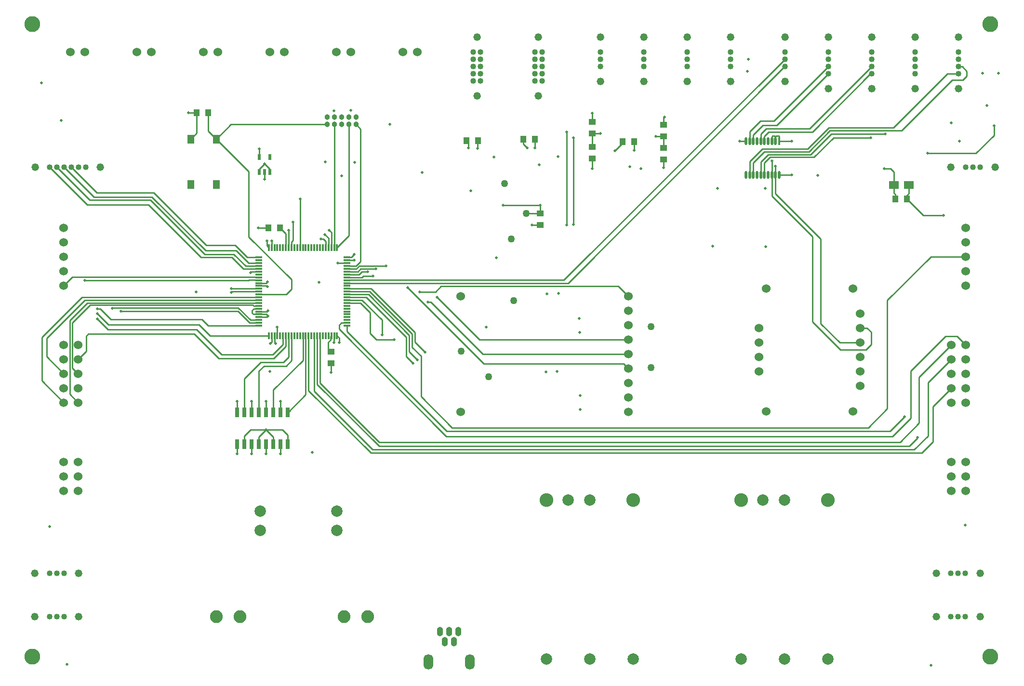
<source format=gtl>
G04 Layer_Physical_Order=1*
G04 Layer_Color=255*
%FSLAX25Y25*%
%MOIN*%
G70*
G01*
G75*
%ADD10R,0.01181X0.04724*%
%ADD11R,0.04724X0.01181*%
%ADD12R,0.07126X0.05197*%
%ADD13R,0.02362X0.04331*%
%ADD14R,0.04000X0.05000*%
%ADD15R,0.05000X0.04000*%
%ADD16O,0.01772X0.05709*%
%ADD17R,0.01772X0.05709*%
%ADD18R,0.05118X0.06102*%
%ADD19R,0.02559X0.06890*%
%ADD20C,0.01000*%
%ADD21O,0.04331X0.06496*%
%ADD22O,0.06693X0.10630*%
%ADD23C,0.06000*%
%ADD24C,0.11000*%
%ADD25C,0.07875*%
%ADD26C,0.09500*%
%ADD27C,0.04000*%
%ADD28C,0.05200*%
%ADD29C,0.07874*%
%ADD30C,0.03800*%
%ADD31C,0.08858*%
%ADD32C,0.02000*%
%ADD33C,0.05000*%
D10*
X179778Y301812D02*
D03*
X181746D02*
D03*
X183715D02*
D03*
X185684D02*
D03*
X187652D02*
D03*
X189620D02*
D03*
X191589D02*
D03*
X193558D02*
D03*
X195526D02*
D03*
X197494D02*
D03*
X199463D02*
D03*
X201431D02*
D03*
X203400D02*
D03*
X205368D02*
D03*
X207337D02*
D03*
X209306D02*
D03*
X211274D02*
D03*
X213243D02*
D03*
X215211D02*
D03*
X217179D02*
D03*
X219148D02*
D03*
X221116D02*
D03*
X223085D02*
D03*
X225054D02*
D03*
X227022D02*
D03*
Y240788D02*
D03*
X225054D02*
D03*
X223085D02*
D03*
X221116D02*
D03*
X219148D02*
D03*
X217179D02*
D03*
X215211D02*
D03*
X213243D02*
D03*
X211274D02*
D03*
X209306D02*
D03*
X207337D02*
D03*
X205368D02*
D03*
X203400D02*
D03*
X201431D02*
D03*
X199463D02*
D03*
X197494D02*
D03*
X195526D02*
D03*
X193558D02*
D03*
X191589D02*
D03*
X189620D02*
D03*
X187652D02*
D03*
X185684D02*
D03*
X183715D02*
D03*
X181746D02*
D03*
X179778D02*
D03*
D11*
X233912Y294922D02*
D03*
Y292953D02*
D03*
Y290985D02*
D03*
Y289017D02*
D03*
Y287048D02*
D03*
Y285080D02*
D03*
Y283111D02*
D03*
Y281142D02*
D03*
Y279174D02*
D03*
Y277205D02*
D03*
Y275237D02*
D03*
Y273269D02*
D03*
Y271300D02*
D03*
Y269332D02*
D03*
Y267363D02*
D03*
Y265394D02*
D03*
Y263426D02*
D03*
Y261457D02*
D03*
Y259489D02*
D03*
Y257521D02*
D03*
Y255552D02*
D03*
Y253584D02*
D03*
Y251615D02*
D03*
Y249646D02*
D03*
Y247678D02*
D03*
X172888D02*
D03*
Y249646D02*
D03*
Y251615D02*
D03*
Y253584D02*
D03*
Y255552D02*
D03*
Y257521D02*
D03*
Y259489D02*
D03*
Y261457D02*
D03*
Y263426D02*
D03*
Y265394D02*
D03*
Y267363D02*
D03*
Y269332D02*
D03*
Y271300D02*
D03*
Y273269D02*
D03*
Y275237D02*
D03*
Y277205D02*
D03*
Y279174D02*
D03*
Y281142D02*
D03*
Y283111D02*
D03*
Y285080D02*
D03*
Y287048D02*
D03*
Y289017D02*
D03*
Y290985D02*
D03*
Y292953D02*
D03*
Y294922D02*
D03*
D12*
X622435Y344933D02*
D03*
X612199D02*
D03*
D13*
X180640Y364436D02*
D03*
X173160D02*
D03*
Y354200D02*
D03*
X176900D02*
D03*
X180640D02*
D03*
D14*
X613332Y335232D02*
D03*
X621332D02*
D03*
X130000Y395000D02*
D03*
X138000D02*
D03*
X324650Y375550D02*
D03*
X316650D02*
D03*
X355900Y376750D02*
D03*
X363900D02*
D03*
X424500Y375000D02*
D03*
X432500D02*
D03*
X179600Y315300D02*
D03*
X187600D02*
D03*
D15*
X222800Y221800D02*
D03*
Y229800D02*
D03*
X452950Y362700D02*
D03*
Y370700D02*
D03*
X403650Y363350D02*
D03*
Y371350D02*
D03*
X452950Y378700D02*
D03*
Y386700D02*
D03*
X403650Y388850D02*
D03*
Y380850D02*
D03*
X367550Y325450D02*
D03*
Y317450D02*
D03*
D16*
X509846Y352150D02*
D03*
X512405D02*
D03*
X514964D02*
D03*
X517523D02*
D03*
X520082D02*
D03*
X522641D02*
D03*
X525200D02*
D03*
X527759D02*
D03*
X530318D02*
D03*
X532877D02*
D03*
X509846Y375378D02*
D03*
X512405D02*
D03*
X514964D02*
D03*
X517523D02*
D03*
X520082D02*
D03*
X522641D02*
D03*
X525200D02*
D03*
X527759D02*
D03*
X530318D02*
D03*
D17*
X532877D02*
D03*
D18*
X125784Y376799D02*
D03*
Y345500D02*
D03*
X143500D02*
D03*
Y376799D02*
D03*
D19*
X192950Y165750D02*
D03*
X187950D02*
D03*
X182950D02*
D03*
X177950D02*
D03*
X172950D02*
D03*
X167950D02*
D03*
X162950D02*
D03*
X157950D02*
D03*
Y187797D02*
D03*
X162950D02*
D03*
X167950D02*
D03*
X172950D02*
D03*
X177950D02*
D03*
X182950D02*
D03*
X187950D02*
D03*
X192950D02*
D03*
D20*
X225054Y301812D02*
Y386900D01*
X154000Y273300D02*
X154050Y273250D01*
X328600Y221400D02*
X425100D01*
X276000Y274000D02*
X328600Y221400D01*
X233912Y277205D02*
X386856D01*
X284100Y271200D02*
X295100D01*
X244143Y281142D02*
X245150Y282150D01*
X233912Y281142D02*
X244143D01*
X245150Y282150D02*
X252000D01*
X50463Y267363D02*
X172888D01*
X325600Y238000D02*
X428500D01*
X296200Y267400D02*
X325600Y238000D01*
X289900Y264100D02*
X291750D01*
X327850Y228000D01*
X428500D01*
X425100Y221400D02*
X428500Y218000D01*
X452850Y378600D02*
X452950Y378700D01*
X447650Y378600D02*
X452850D01*
X409150Y380850D02*
X409200Y380800D01*
X403650Y380850D02*
X409150D01*
X536700Y427050D02*
X536750D01*
X386856Y277205D02*
X536700Y427050D01*
X452950Y386700D02*
Y391700D01*
Y370700D02*
Y378700D01*
Y391700D02*
X453450Y392200D01*
X452850Y357200D02*
Y362600D01*
X452950Y362700D01*
X403650Y388850D02*
Y394550D01*
Y356350D02*
Y363350D01*
Y371350D02*
Y380850D01*
Y363350D02*
X404650Y362350D01*
X207337Y202863D02*
X250500Y159700D01*
X207337Y202863D02*
Y240788D01*
X213243Y207142D02*
X256100Y164285D01*
X213243Y207142D02*
Y240788D01*
X211274Y202326D02*
Y240788D01*
X42100Y251300D02*
X54226Y263426D01*
X44000Y249600D02*
X56326Y261926D01*
X26100Y238900D02*
X52595Y265394D01*
X22900Y239800D02*
X50463Y267363D01*
X71600Y259600D02*
X72100Y260100D01*
X52600Y279200D02*
X52626Y279174D01*
X38000Y275500D02*
X43950Y281450D01*
X154050Y273250D02*
X161532D01*
X161582Y273300D01*
X195526Y223626D02*
Y240788D01*
X193558Y226157D02*
Y240788D01*
X61200Y252500D02*
X68700Y245000D01*
X61100Y259500D02*
X63200D01*
X44000Y218500D02*
Y249600D01*
X42100Y200400D02*
Y251300D01*
X26100Y226400D02*
Y238900D01*
X22900Y209600D02*
Y239800D01*
X63200Y259500D02*
X70500Y252200D01*
X133500D01*
X138022Y247678D01*
X172888D01*
X131600Y248500D02*
X139312Y240788D01*
X68800Y248500D02*
X131600D01*
X61100Y256200D02*
X68800Y248500D01*
X68700Y245000D02*
X130000D01*
X55000Y242000D02*
X128200D01*
X53400Y240400D02*
X55000Y242000D01*
X181000Y235500D02*
X181746Y236246D01*
X139312Y240788D02*
X179778D01*
X48000Y224500D02*
X53400Y229900D01*
Y240400D01*
X44000Y218500D02*
X48000Y214500D01*
X42100Y200400D02*
X48000Y194500D01*
X26100Y226400D02*
X38000Y214500D01*
X22900Y209600D02*
X38000Y194500D01*
X172809Y257600D02*
X172888Y257521D01*
X153900Y270700D02*
X154500Y271300D01*
X132800Y295000D02*
X154100D01*
X96400Y331400D02*
X132800Y295000D01*
X54250Y331400D02*
X96400D01*
X28150Y357500D02*
X54250Y331400D01*
X135400Y297100D02*
X155700D01*
X97800Y334700D02*
X135400Y297100D01*
X55950Y334700D02*
X97800D01*
X163800Y289000D02*
X168300D01*
X155700Y297100D02*
X163800Y289000D01*
X33150Y357500D02*
X55950Y334700D01*
X157300Y299700D02*
X166015Y290985D01*
X136100Y299700D02*
X157300D01*
X99000Y336800D02*
X136100Y299700D01*
X162052Y287048D02*
X172888D01*
X166015Y290985D02*
X172888D01*
X168300Y289000D02*
X168316Y289017D01*
X58850Y336800D02*
X99000D01*
X38150Y357500D02*
X58850Y336800D01*
X136400Y303500D02*
X156400D01*
X100200Y339700D02*
X136400Y303500D01*
X60950Y339700D02*
X100200D01*
X43150Y357500D02*
X60950Y339700D01*
X227515Y290985D02*
X233912D01*
X227500Y291000D02*
X227515Y290985D01*
X233958Y293000D02*
X239000D01*
X125784Y376799D02*
X130000Y381016D01*
Y395000D01*
X181746Y236246D02*
Y240788D01*
X183715Y236285D02*
Y240788D01*
X225000Y240735D02*
X225054Y240788D01*
X227022D02*
X228500Y239310D01*
Y236000D02*
Y239310D01*
X233912Y292953D02*
X233958Y293000D01*
X236922Y294922D02*
X239000Y297000D01*
X233912Y294922D02*
X236922D01*
X178500Y303090D02*
X179778Y301812D01*
X225000Y236000D02*
Y240735D01*
X183715Y236285D02*
X184500Y235500D01*
X193500Y301869D02*
X193558Y301812D01*
X173160Y354200D02*
Y356060D01*
X176900Y359800D01*
X180640Y354200D02*
Y356060D01*
X176900Y359800D02*
X180640Y356060D01*
X176900Y348900D02*
Y354200D01*
X181746Y301812D02*
Y306254D01*
X178500Y303090D02*
Y306500D01*
X168316Y289017D02*
X172888D01*
X124300Y395100D02*
X129900D01*
X130000Y395000D01*
X172857Y273300D02*
X172888Y273269D01*
X173160Y364436D02*
Y370040D01*
X173100Y370100D02*
X173160Y370040D01*
X256200Y167000D02*
X616400D01*
X251700Y161900D02*
X626300D01*
X250500Y159700D02*
X631500D01*
X154100Y295000D02*
X162052Y287048D01*
X52626Y279174D02*
X165987D01*
X56326Y261926D02*
X168853D01*
X169321Y261457D01*
X172888D01*
X54226Y263426D02*
X172888D01*
X52595Y265394D02*
X172888D01*
X154500Y271300D02*
X172888D01*
X172662Y279400D02*
X172888Y279174D01*
X165987D02*
X166213Y279400D01*
X172662D01*
X161582Y273300D02*
X172857D01*
X172888Y277205D02*
X178006D01*
X178900Y278100D01*
X172888Y275237D02*
X178363D01*
X178800Y274800D01*
X43950Y281450D02*
X172581D01*
X172888Y281142D01*
X167100Y284500D02*
X167680Y285080D01*
X172888D01*
Y257521D02*
X178920D01*
X179300Y257900D01*
X178384Y253584D02*
X179300Y254500D01*
X172888Y253584D02*
X178384D01*
X172888Y255552D02*
X178248D01*
X179300Y254500D01*
X215211Y207989D02*
X256200Y167000D01*
X215211Y207989D02*
Y240788D01*
X172500Y315300D02*
X179600D01*
X187600D02*
X191589Y311311D01*
Y301812D02*
Y311311D01*
X211274Y202326D02*
X251700Y161900D01*
X424500Y374000D02*
Y375000D01*
X419300Y368800D02*
X424500Y374000D01*
X432500Y375000D02*
X432600Y374900D01*
Y369200D02*
Y374900D01*
X324100Y370500D02*
Y375000D01*
X324650Y375550D01*
X317750Y370550D02*
Y374450D01*
X316650Y375550D02*
X317750Y374450D01*
X355900Y373500D02*
X358650Y370750D01*
X355900Y373500D02*
Y376750D01*
X363750Y370650D02*
X363900Y370800D01*
Y376750D01*
X164978Y294922D02*
X172888D01*
X156400Y303500D02*
X164978Y294922D01*
X668900Y366900D02*
X681500Y379500D01*
Y386150D01*
X605550Y356450D02*
X609850D01*
X612199Y354101D01*
Y344933D02*
Y354101D01*
X613332Y335232D02*
Y338418D01*
X612199Y339551D02*
X613332Y338418D01*
X612199Y339551D02*
Y344933D01*
X621332Y335232D02*
Y338032D01*
X622435Y339135D01*
Y344933D01*
X621332Y335232D02*
X632664Y323900D01*
X646450D01*
X243300Y292100D02*
Y383750D01*
X240150Y386900D02*
X243300Y383750D01*
X227022Y301812D02*
X235150Y309940D01*
Y386900D01*
X201431Y335231D02*
X201450Y335250D01*
X201431Y301812D02*
Y335231D01*
X221650Y313800D02*
X223085Y312365D01*
Y301812D02*
Y312365D01*
X221116Y301812D02*
Y308383D01*
X215750Y307800D02*
X217450D01*
X219148Y306102D01*
Y301812D02*
Y306102D01*
X220800Y231800D02*
X222800Y229800D01*
X222707Y238012D02*
Y240410D01*
X223085Y240788D01*
X220800Y231800D02*
Y236105D01*
X222707Y238012D01*
X185700Y240805D02*
Y246600D01*
X185684Y240788D02*
X185700Y240805D01*
X341750Y331050D02*
X367550D01*
Y325450D02*
Y331050D01*
X361900Y317450D02*
X367550D01*
X242261Y283111D02*
X244050Y284900D01*
X248300D01*
X233912Y289017D02*
X240216D01*
X243300Y292100D01*
X233912Y287048D02*
X240369D01*
X242471Y289150D01*
X260750D01*
X233912Y285080D02*
X241429D01*
X243250Y286900D01*
X253850D01*
X233912Y283111D02*
X242261D01*
X383950Y279250D02*
X536750Y432050D01*
X233912Y279174D02*
X233988Y279250D01*
X383950D01*
X295100Y271200D02*
X298900Y275000D01*
X421500D01*
X428500Y268000D01*
X193558Y301812D02*
Y313643D01*
X193550Y313650D02*
X193558Y313643D01*
X195526Y301812D02*
Y305726D01*
X218700Y310800D02*
X221116Y308383D01*
X196400Y306600D02*
Y319350D01*
X195526Y305726D02*
X196400Y306600D01*
X77400Y257700D02*
X158600D01*
X166654Y249646D01*
X172888D01*
X72100Y260100D02*
X158600D01*
X167085Y251615D01*
X172888D01*
X169439Y259489D02*
X172888D01*
X168300Y258350D02*
X169439Y259489D01*
X168300Y256500D02*
Y258350D01*
Y256500D02*
X169248Y255552D01*
X172888D01*
X166025Y309175D02*
X195550Y279650D01*
X172888Y269332D02*
X191832D01*
X195550Y273050D01*
Y279650D01*
X143500Y376799D02*
X166025Y354274D01*
Y309175D02*
Y354274D01*
X153601Y386900D02*
X220150D01*
X143500Y376799D02*
X153601Y386900D01*
X390400Y317850D02*
Y377750D01*
X385950Y317500D02*
Y381600D01*
X530318Y352150D02*
X530350Y352182D01*
X527759Y337441D02*
Y352150D01*
X530318Y338882D02*
Y352150D01*
X561650Y249200D02*
X574850Y236000D01*
X589000D01*
Y246000D02*
X593700D01*
X555950Y250300D02*
X575200Y231050D01*
X555950Y250300D02*
Y309250D01*
X527759Y337441D02*
X555950Y309250D01*
X593700Y246000D02*
X596450Y243250D01*
X575200Y231050D02*
X592850D01*
X596450Y234650D01*
Y243250D01*
X530318Y338882D02*
X561650Y307550D01*
Y249200D02*
Y307550D01*
X530350Y352182D02*
Y358200D01*
X527750Y352159D02*
Y361800D01*
Y352159D02*
X527759Y352150D01*
X522641D02*
Y360491D01*
X526500Y364350D01*
X520082Y352150D02*
Y360932D01*
X525300Y366150D01*
X514964Y352150D02*
Y360414D01*
X522650Y368100D01*
X512405Y352150D02*
Y361405D01*
X521150Y370150D01*
X635700Y366900D02*
X668900D01*
X532999Y375500D02*
X541600D01*
X532877Y375378D02*
X532999Y375500D01*
X532877Y352150D02*
X541500D01*
X138000Y382299D02*
X143500Y376799D01*
X138000Y382299D02*
Y395000D01*
X525300Y366150D02*
X554500D01*
X568850Y380500D01*
X522650Y368100D02*
X553500D01*
X567950Y382550D01*
X521150Y370150D02*
X552600D01*
X567200Y384750D01*
X570400Y377800D02*
X596250D01*
X556950Y364350D02*
X570400Y377800D01*
X526500Y364350D02*
X556950D01*
X568850Y380500D02*
X606050D01*
X567950Y382550D02*
X617450D01*
X567200Y384750D02*
X611850D01*
X649150Y422050D01*
X656750D01*
X617450Y382550D02*
X652450Y417550D01*
X659800D01*
X662700Y420450D01*
Y423750D01*
X659400Y427050D02*
X662700Y423750D01*
X656750Y427050D02*
X659400D01*
X522641Y375378D02*
Y378841D01*
X596000Y422050D02*
X596750D01*
X553800Y384100D02*
X596750Y427050D01*
X523850Y384100D02*
X553800D01*
X520082Y380332D02*
X523850Y384100D01*
X520082Y375378D02*
Y380332D01*
X514964Y375378D02*
Y379864D01*
X521550Y386450D01*
X531150D01*
X566750Y422050D01*
X529100Y389400D02*
X566750Y427050D01*
X519850Y389400D02*
X529100D01*
X512405Y381955D02*
X519850Y389400D01*
X512405Y375378D02*
Y381955D01*
X522641Y378841D02*
X525650Y381850D01*
X555800D01*
X596000Y422050D01*
X527759Y375378D02*
Y378659D01*
X528200Y379100D01*
X529700D01*
X530318Y378482D01*
X530886Y379050D01*
X532400D01*
X532877Y378573D01*
Y375378D02*
Y378573D01*
X505600Y375400D02*
X509824D01*
X509846Y375378D01*
X631500Y159700D02*
X639150Y167350D01*
Y191650D01*
X652000Y204500D01*
X626300Y161900D02*
X635800Y171400D01*
Y208300D01*
X652000Y224500D01*
X256100Y164285D02*
X622735D01*
X628550Y170100D01*
Y170500D01*
X616400Y167000D02*
X629700Y180300D01*
Y212200D01*
X652000Y234500D01*
X656000Y240500D02*
X662000Y234500D01*
X648000Y240500D02*
X656000D01*
X623950Y216450D02*
X648000Y240500D01*
X623950Y183850D02*
Y216450D01*
X611250Y171150D02*
X623950Y183850D01*
X229996Y249646D02*
X233912D01*
X228450Y248100D02*
X229996Y249646D01*
X233912Y263426D02*
X243174D01*
X249950Y256650D01*
Y242350D02*
Y256650D01*
Y242350D02*
X254250Y238050D01*
X266650D01*
X233912Y265394D02*
X244305D01*
X258050Y251650D01*
Y241450D02*
Y251650D01*
X609500Y174750D02*
X619500Y184750D01*
X233912Y267363D02*
X247287D01*
X274900Y239750D01*
Y226350D02*
Y239750D01*
X233912Y269332D02*
X248719D01*
X276950Y241100D01*
Y229600D02*
Y241100D01*
X233912Y271300D02*
X249650D01*
X278900Y242050D01*
Y232800D02*
Y242050D01*
X233912Y273269D02*
X250532D01*
X280850Y242950D01*
Y236250D02*
Y242950D01*
X228450Y245300D02*
Y248100D01*
Y245300D02*
X302600Y171150D01*
X611250D01*
X233912Y243788D02*
Y247678D01*
Y243788D02*
X302950Y174750D01*
X609500D01*
X274900Y226350D02*
X279650Y221600D01*
X276950Y229600D02*
X282400Y224150D01*
X278900Y232800D02*
X285050Y226650D01*
X280850Y236250D02*
X287850Y229250D01*
X285050Y198750D02*
Y226650D01*
X637800Y295500D02*
X662000D01*
X607700Y265400D02*
X637800Y295500D01*
X607700Y190400D02*
Y265400D01*
X285050Y198750D02*
X306600Y177200D01*
X594500D01*
X607700Y190400D01*
X222800Y215250D02*
Y221800D01*
X192950Y187797D02*
X193097D01*
X205368Y200068D01*
Y240788D01*
X203400Y223800D02*
Y240788D01*
X182950Y203350D02*
X203400Y223800D01*
X182950Y187797D02*
Y203350D01*
X189620Y234821D02*
Y240788D01*
X130000Y245000D02*
X147250Y227750D01*
X182550D01*
X189620Y234821D01*
X191589Y233389D02*
Y240788D01*
X157900Y187847D02*
Y195500D01*
Y187847D02*
X157950Y187797D01*
X167950D02*
Y195500D01*
X177950Y187797D02*
Y195500D01*
X187950Y187797D02*
Y195500D01*
X178000Y175600D02*
X182950Y170650D01*
Y165750D02*
Y170650D01*
X172950Y165750D02*
Y170550D01*
X178000Y175600D01*
X167100D02*
X178000D01*
X162950Y171450D02*
X167100Y175600D01*
X162950Y165750D02*
Y171450D01*
X178000Y175600D02*
X189300D01*
X192950Y171950D01*
Y165750D02*
Y171950D01*
X187950Y159000D02*
Y165750D01*
X177950Y159000D02*
Y165750D01*
X167950Y159000D02*
Y165750D01*
X157900Y159000D02*
Y165700D01*
X157950Y165750D01*
X128200Y242000D02*
X145150Y225050D01*
X183250D01*
X191589Y233389D01*
X162950Y187797D02*
Y211200D01*
X172950Y187797D02*
Y216250D01*
X162950Y211200D02*
X174100Y222350D01*
X189750D01*
X193558Y226157D01*
X172950Y216250D02*
X176550Y219850D01*
X191750D01*
X195526Y223626D01*
X357900Y325450D02*
X367550D01*
D21*
X298351Y35962D02*
D03*
X304650D02*
D03*
X310949D02*
D03*
X301500Y29072D02*
D03*
X307800D02*
D03*
D22*
X319020Y14997D02*
D03*
X290280D02*
D03*
D23*
X652000Y133500D02*
D03*
Y143500D02*
D03*
Y153500D02*
D03*
X662000Y133500D02*
D03*
Y143500D02*
D03*
Y153500D02*
D03*
X48000D02*
D03*
Y143500D02*
D03*
Y133500D02*
D03*
X38000Y153500D02*
D03*
Y143500D02*
D03*
Y133500D02*
D03*
X226500Y437000D02*
D03*
X236500D02*
D03*
X272500D02*
D03*
X282500D02*
D03*
X88500D02*
D03*
X98500D02*
D03*
X42500D02*
D03*
X52500D02*
D03*
X428500Y268000D02*
D03*
Y258000D02*
D03*
Y248000D02*
D03*
Y238000D02*
D03*
Y228000D02*
D03*
Y218000D02*
D03*
Y208000D02*
D03*
Y198000D02*
D03*
Y188000D02*
D03*
X312500Y268000D02*
D03*
Y188000D02*
D03*
X519000Y246000D02*
D03*
Y236000D02*
D03*
Y226000D02*
D03*
Y216000D02*
D03*
X589000Y256000D02*
D03*
Y246000D02*
D03*
Y236000D02*
D03*
Y226000D02*
D03*
Y216000D02*
D03*
Y206000D02*
D03*
X584000Y273500D02*
D03*
Y188500D02*
D03*
X524000Y273500D02*
D03*
Y188500D02*
D03*
X38000Y315500D02*
D03*
Y305500D02*
D03*
Y295500D02*
D03*
Y285500D02*
D03*
Y275500D02*
D03*
X48000Y234500D02*
D03*
Y224500D02*
D03*
X38000Y234500D02*
D03*
Y224500D02*
D03*
Y194500D02*
D03*
Y204500D02*
D03*
Y214500D02*
D03*
X48000Y194500D02*
D03*
Y204500D02*
D03*
Y214500D02*
D03*
X662000Y275500D02*
D03*
Y285500D02*
D03*
Y295500D02*
D03*
Y305500D02*
D03*
Y315500D02*
D03*
X652000Y194500D02*
D03*
Y204500D02*
D03*
X662000Y194500D02*
D03*
Y204500D02*
D03*
Y234500D02*
D03*
Y224500D02*
D03*
Y214500D02*
D03*
X652000Y234500D02*
D03*
Y224500D02*
D03*
Y214500D02*
D03*
X134500Y437000D02*
D03*
X144500D02*
D03*
X180500D02*
D03*
X190500D02*
D03*
D24*
X16250Y18750D02*
D03*
X678750D02*
D03*
X16250Y456250D02*
D03*
X678750D02*
D03*
D25*
X506500Y17200D02*
D03*
X536500D02*
D03*
X566500D02*
D03*
X521500Y127200D02*
D03*
X536500D02*
D03*
X371750Y17200D02*
D03*
X401750D02*
D03*
X431750D02*
D03*
X386750Y127200D02*
D03*
X401750D02*
D03*
D26*
X506500D02*
D03*
X566500D02*
D03*
X371750D02*
D03*
X431750D02*
D03*
D27*
X409250Y437050D02*
D03*
Y432050D02*
D03*
Y427050D02*
D03*
X439250Y437050D02*
D03*
Y432050D02*
D03*
Y427050D02*
D03*
X469250Y437050D02*
D03*
Y432050D02*
D03*
Y427050D02*
D03*
X499250Y437050D02*
D03*
Y432050D02*
D03*
Y427050D02*
D03*
X326300D02*
D03*
Y417050D02*
D03*
Y422050D02*
D03*
Y432050D02*
D03*
Y437050D02*
D03*
X321300D02*
D03*
Y432050D02*
D03*
Y422050D02*
D03*
Y417050D02*
D03*
Y427050D02*
D03*
X671850Y357500D02*
D03*
X666850D02*
D03*
X661850D02*
D03*
X368800Y427050D02*
D03*
Y417050D02*
D03*
Y422050D02*
D03*
Y432050D02*
D03*
Y437050D02*
D03*
X363800D02*
D03*
Y432050D02*
D03*
Y422050D02*
D03*
Y417050D02*
D03*
Y427050D02*
D03*
X28150Y76250D02*
D03*
X33150D02*
D03*
X38150D02*
D03*
X28150Y46250D02*
D03*
X33150D02*
D03*
X38150D02*
D03*
X661650Y76250D02*
D03*
X656650D02*
D03*
X651650D02*
D03*
X661650Y46250D02*
D03*
X656650D02*
D03*
X651650D02*
D03*
X566750Y437050D02*
D03*
Y427050D02*
D03*
Y422050D02*
D03*
Y432050D02*
D03*
X596750Y437050D02*
D03*
Y427050D02*
D03*
Y422050D02*
D03*
Y432050D02*
D03*
X626750Y437050D02*
D03*
Y427050D02*
D03*
Y422050D02*
D03*
Y432050D02*
D03*
X656750Y437050D02*
D03*
Y427050D02*
D03*
Y422050D02*
D03*
Y432050D02*
D03*
X28150Y357500D02*
D03*
X33150D02*
D03*
X43150D02*
D03*
X53150D02*
D03*
X48150D02*
D03*
X38150D02*
D03*
X536750Y437050D02*
D03*
Y432050D02*
D03*
Y427050D02*
D03*
D28*
X409250Y447250D02*
D03*
Y416850D02*
D03*
X439250Y447250D02*
D03*
Y416850D02*
D03*
X469250Y447250D02*
D03*
Y416850D02*
D03*
X499250Y447250D02*
D03*
Y416850D02*
D03*
X323800Y447250D02*
D03*
Y406850D02*
D03*
X682050Y357500D02*
D03*
X651650D02*
D03*
X366300Y447250D02*
D03*
Y406850D02*
D03*
X17950Y76250D02*
D03*
X48350D02*
D03*
X17950Y46250D02*
D03*
X48350D02*
D03*
X671850Y76250D02*
D03*
X641450D02*
D03*
X671850Y46250D02*
D03*
X641450D02*
D03*
X566750Y447250D02*
D03*
Y411850D02*
D03*
X596750Y447250D02*
D03*
Y411850D02*
D03*
X626750Y447250D02*
D03*
Y411850D02*
D03*
X656750Y447250D02*
D03*
Y411850D02*
D03*
X63350Y357500D02*
D03*
X18150D02*
D03*
X536750Y447250D02*
D03*
Y416850D02*
D03*
D29*
X227000Y106000D02*
D03*
Y119400D02*
D03*
X174000D02*
D03*
Y106000D02*
D03*
D30*
X220150Y386900D02*
D03*
Y391900D02*
D03*
X225150Y386900D02*
D03*
Y391900D02*
D03*
X230150Y386900D02*
D03*
Y391900D02*
D03*
X235150Y386900D02*
D03*
Y391900D02*
D03*
X240150Y386900D02*
D03*
Y391900D02*
D03*
D31*
X160000Y46500D02*
D03*
X143504D02*
D03*
X248250D02*
D03*
X231754D02*
D03*
D32*
X276000Y274000D02*
D03*
X284100Y271200D02*
D03*
X252000Y282150D02*
D03*
X248300Y284900D02*
D03*
X253850Y286900D02*
D03*
X260750Y289150D02*
D03*
X289900Y264100D02*
D03*
X296200Y267400D02*
D03*
X394750Y242900D02*
D03*
X379350Y215950D02*
D03*
X371400Y215850D02*
D03*
X395300Y199350D02*
D03*
X395200Y189650D02*
D03*
X447650Y378600D02*
D03*
X409200Y380800D02*
D03*
X77400Y257700D02*
D03*
X71600Y259600D02*
D03*
X52600Y279200D02*
D03*
X61200Y252500D02*
D03*
X61100Y259500D02*
D03*
X181000Y235500D02*
D03*
X61100Y256200D02*
D03*
X153900Y270700D02*
D03*
X154000Y273300D02*
D03*
X429600Y357700D02*
D03*
X490150Y342550D02*
D03*
X129500Y271000D02*
D03*
X227500Y291000D02*
D03*
X394650Y252850D02*
D03*
X380350Y269950D02*
D03*
X372200Y269850D02*
D03*
X673500Y422500D02*
D03*
X684500D02*
D03*
X228500Y236000D02*
D03*
X239000Y293000D02*
D03*
Y297000D02*
D03*
X210000Y160000D02*
D03*
X22500Y415700D02*
D03*
X452850Y357200D02*
D03*
X453450Y392200D02*
D03*
X403650Y356350D02*
D03*
Y394550D02*
D03*
X559450Y351700D02*
D03*
X523150Y342550D02*
D03*
X657500Y375300D02*
D03*
X652000Y388000D02*
D03*
X676500Y400000D02*
D03*
X225000Y236000D02*
D03*
X184500Y235500D02*
D03*
X176900Y348900D02*
D03*
X181746Y306254D02*
D03*
X178500Y306500D02*
D03*
X36050Y389800D02*
D03*
X367000Y359200D02*
D03*
X363750Y370650D02*
D03*
X124300Y395100D02*
D03*
X335450Y364400D02*
D03*
X324100Y370500D02*
D03*
X236650Y396700D02*
D03*
X523650Y302450D02*
D03*
X486950Y302750D02*
D03*
X173100Y370100D02*
D03*
X176900Y359800D02*
D03*
X178900Y278100D02*
D03*
X178800Y274800D02*
D03*
X167100Y284500D02*
D03*
X179300Y254500D02*
D03*
Y257900D02*
D03*
X172500Y315300D02*
D03*
X432600Y369200D02*
D03*
X419300Y368800D02*
D03*
X317750Y370550D02*
D03*
X379800Y364550D02*
D03*
X358650Y370750D02*
D03*
X510850Y423550D02*
D03*
X511600Y432000D02*
D03*
X214700Y277700D02*
D03*
X224950Y396500D02*
D03*
X219000Y360900D02*
D03*
X239250Y360800D02*
D03*
X635700Y366900D02*
D03*
X605550Y356450D02*
D03*
X646450Y323900D02*
D03*
X681500Y386150D02*
D03*
X230150Y351450D02*
D03*
X201450Y335250D02*
D03*
X215750Y307800D02*
D03*
X221650Y313800D02*
D03*
X185700Y246600D02*
D03*
X367550Y331050D02*
D03*
X341750D02*
D03*
X330100Y246600D02*
D03*
X337250Y294550D02*
D03*
X361900Y317450D02*
D03*
X319400Y341000D02*
D03*
X193550Y313650D02*
D03*
X218700Y310800D02*
D03*
X196400Y319350D02*
D03*
X285850Y353750D02*
D03*
X385950Y381600D02*
D03*
X390400Y377750D02*
D03*
X385950Y317500D02*
D03*
X390400Y317850D02*
D03*
X437200Y356250D02*
D03*
X530350Y358200D02*
D03*
X527750Y361800D02*
D03*
X541500Y352150D02*
D03*
X541600Y375500D02*
D03*
X263600Y386900D02*
D03*
X596250Y377800D02*
D03*
X606050Y380500D02*
D03*
X505600Y375400D02*
D03*
X628550Y170500D02*
D03*
X258050Y241450D02*
D03*
X266650Y238050D02*
D03*
X619500Y184750D02*
D03*
X287850Y229250D02*
D03*
X282400Y224150D02*
D03*
X279650Y221600D02*
D03*
X222800Y215250D02*
D03*
X157900Y195500D02*
D03*
X167950D02*
D03*
X177950D02*
D03*
X187950D02*
D03*
X178000Y175600D02*
D03*
X187950Y159000D02*
D03*
X177950D02*
D03*
X167950D02*
D03*
X157900D02*
D03*
X28100Y108850D02*
D03*
X40100Y13300D02*
D03*
X661650Y109700D02*
D03*
X637800Y12600D02*
D03*
X180500Y216100D02*
D03*
D33*
X331850Y212450D02*
D03*
X349050Y265100D02*
D03*
X347500Y307800D02*
D03*
X357900Y325450D02*
D03*
X342750Y346100D02*
D03*
X312750Y230100D02*
D03*
X444350Y218650D02*
D03*
Y247200D02*
D03*
M02*

</source>
